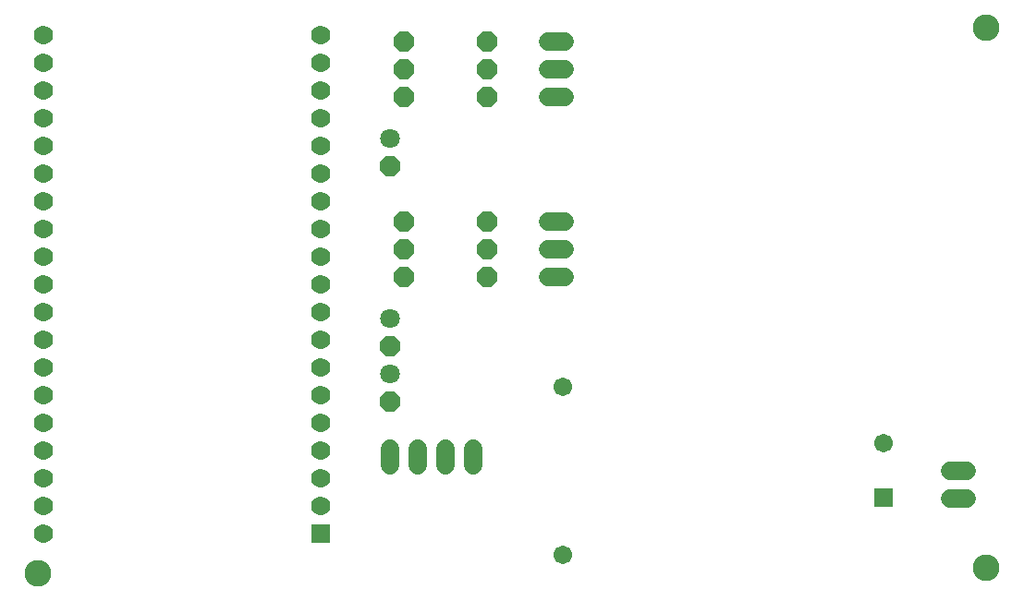
<source format=gbr>
G04 EAGLE Gerber RS-274X export*
G75*
%MOMM*%
%FSLAX34Y34*%
%LPD*%
%INSoldermask Top*%
%IPPOS*%
%AMOC8*
5,1,8,0,0,1.08239X$1,22.5*%
G01*
%ADD10C,2.453200*%
%ADD11C,1.803400*%
%ADD12P,1.951982X8X292.500000*%
%ADD13R,1.711200X1.711200*%
%ADD14C,1.711200*%
%ADD15P,2.034460X8X22.500000*%
%ADD16P,2.034460X8X202.500000*%
%ADD17C,1.727200*%
%ADD18R,1.763200X1.763200*%
%ADD19C,1.763200*%


D10*
X20000Y20000D03*
X889000Y520700D03*
X889000Y25400D03*
D11*
X342900Y419100D03*
D12*
X342900Y393700D03*
D11*
X342900Y254000D03*
D12*
X342900Y228600D03*
D11*
X342900Y203200D03*
D12*
X342900Y177800D03*
D13*
X794700Y89300D03*
D14*
X794700Y139300D03*
X500700Y37300D03*
X500700Y191300D03*
D15*
X355600Y508000D03*
X431800Y508000D03*
D16*
X431800Y482600D03*
X355600Y482600D03*
X431800Y457200D03*
X355600Y457200D03*
D15*
X355600Y342900D03*
X431800Y342900D03*
D16*
X431800Y317500D03*
X355600Y317500D03*
X431800Y292100D03*
X355600Y292100D03*
D17*
X487680Y457200D02*
X502920Y457200D01*
X502920Y482600D02*
X487680Y482600D01*
X487680Y508000D02*
X502920Y508000D01*
X502920Y292100D02*
X487680Y292100D01*
X487680Y317500D02*
X502920Y317500D01*
X502920Y342900D02*
X487680Y342900D01*
X342900Y134620D02*
X342900Y119380D01*
X368300Y119380D02*
X368300Y134620D01*
X393700Y134620D02*
X393700Y119380D01*
X419100Y119380D02*
X419100Y134620D01*
D18*
X279400Y56400D03*
D19*
X279400Y81800D03*
X279400Y513600D03*
X279400Y107200D03*
X279400Y132600D03*
X279400Y158000D03*
X279400Y183400D03*
X279400Y208800D03*
X279400Y234200D03*
X279400Y259600D03*
X279400Y285000D03*
X279400Y310400D03*
X279400Y335800D03*
X279400Y361200D03*
X279400Y386600D03*
X279400Y412000D03*
X279400Y437400D03*
X279400Y462800D03*
X279400Y488200D03*
X25400Y56400D03*
X25400Y81800D03*
X25400Y107200D03*
X25400Y132600D03*
X25400Y158000D03*
X25400Y183400D03*
X25400Y208800D03*
X25400Y234200D03*
X25400Y259600D03*
X25400Y285000D03*
X25400Y310400D03*
X25400Y335800D03*
X25400Y361200D03*
X25400Y386600D03*
X25400Y412000D03*
X25400Y437400D03*
X25400Y462800D03*
X25400Y488200D03*
X25400Y513600D03*
D17*
X855980Y88900D02*
X871220Y88900D01*
X871220Y114300D02*
X855980Y114300D01*
M02*

</source>
